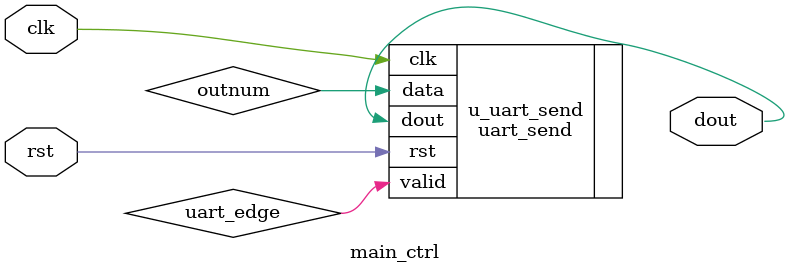
<source format=v>
`timescale 1ns / 1ps


module main_ctrl(
    input wire clk,
    input wire rst,
    output wire dout 
    );
    

    
    uart_send u_uart_send(
        .clk(clk),
        .rst(rst),
        .valid(uart_edge),
        .data(outnum),
        .dout(dout)
    );

endmodule

</source>
